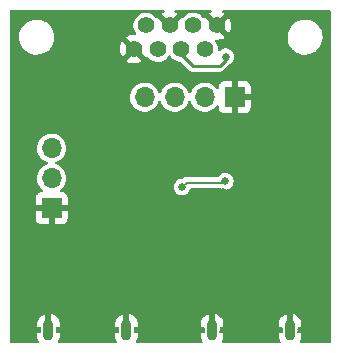
<source format=gbr>
G04 #@! TF.GenerationSoftware,KiCad,Pcbnew,(5.99.0-9812-gfee3c41c40)*
G04 #@! TF.CreationDate,2021-03-20T22:32:52-07:00*
G04 #@! TF.ProjectId,homebreakout,686f6d65-6272-4656-916b-6f75742e6b69,rev?*
G04 #@! TF.SameCoordinates,Original*
G04 #@! TF.FileFunction,Copper,L2,Bot*
G04 #@! TF.FilePolarity,Positive*
%FSLAX46Y46*%
G04 Gerber Fmt 4.6, Leading zero omitted, Abs format (unit mm)*
G04 Created by KiCad (PCBNEW (5.99.0-9812-gfee3c41c40)) date 2021-03-20 22:32:52*
%MOMM*%
%LPD*%
G01*
G04 APERTURE LIST*
G04 #@! TA.AperFunction,ComponentPad*
%ADD10O,0.900000X1.800000*%
G04 #@! TD*
G04 #@! TA.AperFunction,ComponentPad*
%ADD11C,1.397000*%
G04 #@! TD*
G04 #@! TA.AperFunction,ComponentPad*
%ADD12R,1.700000X1.700000*%
G04 #@! TD*
G04 #@! TA.AperFunction,ComponentPad*
%ADD13O,1.700000X1.700000*%
G04 #@! TD*
G04 #@! TA.AperFunction,ViaPad*
%ADD14C,0.635000*%
G04 #@! TD*
G04 #@! TA.AperFunction,ViaPad*
%ADD15C,0.762000*%
G04 #@! TD*
G04 #@! TA.AperFunction,ViaPad*
%ADD16C,0.508000*%
G04 #@! TD*
G04 #@! TA.AperFunction,Conductor*
%ADD17C,0.203200*%
G04 #@! TD*
G04 #@! TA.AperFunction,Conductor*
%ADD18C,0.254000*%
G04 #@! TD*
G04 APERTURE END LIST*
D10*
X166880000Y-121462800D03*
X173480000Y-121462800D03*
X153024000Y-121462800D03*
X159624000Y-121462800D03*
D11*
X160274000Y-97663000D03*
X161274001Y-95662999D03*
X162274001Y-97663000D03*
X163274002Y-95662999D03*
X164274000Y-97663000D03*
X165274000Y-95662999D03*
X166274001Y-97663000D03*
X167274001Y-95662999D03*
D12*
X168783000Y-101727000D03*
D13*
X166243000Y-101727000D03*
X163703000Y-101727000D03*
X161163000Y-101727000D03*
D12*
X153289000Y-111125000D03*
D13*
X153289000Y-108585000D03*
X153289000Y-106045000D03*
D14*
X164719000Y-105029000D03*
D15*
X174810800Y-118999000D03*
D14*
X157099000Y-111506000D03*
X172593000Y-112014000D03*
D15*
X157632400Y-116738400D03*
D14*
X158877000Y-105537000D03*
D15*
X172466000Y-117348000D03*
D14*
X160020000Y-107696000D03*
X161417000Y-110363000D03*
D15*
X151384000Y-118973600D03*
D14*
X170434000Y-108331000D03*
X167767000Y-109728000D03*
X173736000Y-106680000D03*
D16*
X174625000Y-104394000D03*
D14*
X164338000Y-109347000D03*
X167990317Y-108854392D03*
X168021000Y-98298000D03*
D17*
X167767000Y-108966000D02*
X167878608Y-108854392D01*
X164719000Y-108966000D02*
X167767000Y-108966000D01*
X167878608Y-108854392D02*
X167990305Y-108854392D01*
X164338000Y-109347000D02*
X164719000Y-108966000D01*
D18*
X167513000Y-99060000D02*
X168021000Y-98552000D01*
X168021000Y-98552000D02*
X168021000Y-98298000D01*
X165227000Y-99060000D02*
X167513000Y-99060000D01*
X164274000Y-98107000D02*
X165227000Y-99060000D01*
X164274000Y-97663000D02*
X164274000Y-98107000D01*
G04 #@! TA.AperFunction,Conductor*
G36*
X162813438Y-94380213D02*
G01*
X162849983Y-94430513D01*
X162849983Y-94492687D01*
X162813438Y-94542987D01*
X162789127Y-94555982D01*
X162756766Y-94567921D01*
X162748470Y-94571878D01*
X162632768Y-94640713D01*
X162624377Y-94650281D01*
X162629150Y-94658936D01*
X163262734Y-95292521D01*
X163274813Y-95298676D01*
X163279925Y-95297866D01*
X163917120Y-94660670D01*
X163923096Y-94648942D01*
X163916905Y-94642157D01*
X163827912Y-94586007D01*
X163819725Y-94581835D01*
X163752558Y-94555038D01*
X163704756Y-94515281D01*
X163689451Y-94455020D01*
X163712491Y-94397272D01*
X163765073Y-94364095D01*
X163789836Y-94361000D01*
X166754306Y-94361000D01*
X166813437Y-94380213D01*
X166849982Y-94430513D01*
X166849982Y-94492687D01*
X166813437Y-94542987D01*
X166789126Y-94555982D01*
X166756765Y-94567921D01*
X166748469Y-94571878D01*
X166632767Y-94640713D01*
X166624376Y-94650281D01*
X166629149Y-94658936D01*
X167262733Y-95292521D01*
X167274812Y-95298676D01*
X167279924Y-95297866D01*
X167917119Y-94660670D01*
X167923095Y-94648942D01*
X167916904Y-94642157D01*
X167827911Y-94586007D01*
X167819724Y-94581835D01*
X167752557Y-94555038D01*
X167704755Y-94515281D01*
X167689450Y-94455020D01*
X167712490Y-94397272D01*
X167765072Y-94364095D01*
X167789835Y-94361000D01*
X176810400Y-94361000D01*
X176869531Y-94380213D01*
X176906076Y-94430513D01*
X176911000Y-94461600D01*
X176911000Y-122454400D01*
X176891787Y-122513531D01*
X176841487Y-122550076D01*
X176810400Y-122555000D01*
X174393166Y-122555000D01*
X174334035Y-122535787D01*
X174297490Y-122485487D01*
X174297490Y-122423313D01*
X174310759Y-122396699D01*
X174317702Y-122386784D01*
X174322646Y-122377935D01*
X174395899Y-122208659D01*
X174398965Y-122198993D01*
X174436935Y-122017243D01*
X174437927Y-122009602D01*
X174437932Y-122009515D01*
X174438000Y-122006912D01*
X174438000Y-121732733D01*
X174433812Y-121719843D01*
X174429623Y-121716800D01*
X174198521Y-121716800D01*
X174139390Y-121697587D01*
X174102845Y-121647287D01*
X174098714Y-121603592D01*
X174115707Y-121469078D01*
X174115707Y-121469077D01*
X174116500Y-121462800D01*
X174105649Y-121376904D01*
X174098714Y-121322008D01*
X174110365Y-121260936D01*
X174155688Y-121218374D01*
X174198521Y-121208800D01*
X174422067Y-121208800D01*
X174434957Y-121204612D01*
X174438000Y-121200423D01*
X174438000Y-120966120D01*
X174437743Y-120961045D01*
X174423846Y-120824233D01*
X174421807Y-120814301D01*
X174366648Y-120638289D01*
X174362660Y-120628983D01*
X174273238Y-120467661D01*
X174267450Y-120459333D01*
X174147422Y-120319293D01*
X174140074Y-120312296D01*
X173994341Y-120199255D01*
X173985737Y-120193879D01*
X173820253Y-120112450D01*
X173810734Y-120108910D01*
X173749420Y-120092939D01*
X173736820Y-120093687D01*
X173734000Y-120103330D01*
X173734000Y-120746781D01*
X173714787Y-120805912D01*
X173664487Y-120842457D01*
X173614549Y-120845599D01*
X173519966Y-120827556D01*
X173472916Y-120830516D01*
X173367050Y-120837176D01*
X173367046Y-120837177D01*
X173360732Y-120837574D01*
X173354713Y-120839530D01*
X173348495Y-120840716D01*
X173348085Y-120838566D01*
X173295502Y-120838560D01*
X173245206Y-120802009D01*
X173226000Y-120742887D01*
X173226000Y-120101326D01*
X173222644Y-120090996D01*
X173210116Y-120091237D01*
X173062633Y-120145501D01*
X173053518Y-120149946D01*
X172896760Y-120247140D01*
X172888727Y-120253327D01*
X172754722Y-120380050D01*
X172748089Y-120387734D01*
X172642295Y-120538822D01*
X172637354Y-120547665D01*
X172564101Y-120716941D01*
X172561035Y-120726607D01*
X172523065Y-120908357D01*
X172522073Y-120915998D01*
X172522068Y-120916085D01*
X172522000Y-120918688D01*
X172522000Y-121192867D01*
X172526188Y-121205757D01*
X172530377Y-121208800D01*
X172763560Y-121208800D01*
X172822691Y-121228013D01*
X172859236Y-121278313D01*
X172861000Y-121334415D01*
X172848519Y-121383025D01*
X172848519Y-121542575D01*
X172861000Y-121591185D01*
X172857095Y-121653234D01*
X172817464Y-121701140D01*
X172763560Y-121716800D01*
X172537933Y-121716800D01*
X172525043Y-121720988D01*
X172522000Y-121725177D01*
X172522000Y-121959480D01*
X172522257Y-121964555D01*
X172536154Y-122101367D01*
X172538193Y-122111299D01*
X172593352Y-122287311D01*
X172597340Y-122296617D01*
X172657766Y-122405628D01*
X172669629Y-122466660D01*
X172643353Y-122523009D01*
X172588974Y-122553152D01*
X172569779Y-122555000D01*
X167793166Y-122555000D01*
X167734035Y-122535787D01*
X167697490Y-122485487D01*
X167697490Y-122423313D01*
X167710759Y-122396699D01*
X167717702Y-122386784D01*
X167722646Y-122377935D01*
X167795899Y-122208659D01*
X167798965Y-122198993D01*
X167836935Y-122017243D01*
X167837927Y-122009602D01*
X167837932Y-122009515D01*
X167838000Y-122006912D01*
X167838000Y-121732733D01*
X167833812Y-121719843D01*
X167829623Y-121716800D01*
X167598521Y-121716800D01*
X167539390Y-121697587D01*
X167502845Y-121647287D01*
X167498714Y-121603592D01*
X167515707Y-121469078D01*
X167515707Y-121469077D01*
X167516500Y-121462800D01*
X167505649Y-121376904D01*
X167498714Y-121322008D01*
X167510365Y-121260936D01*
X167555688Y-121218374D01*
X167598521Y-121208800D01*
X167822067Y-121208800D01*
X167834957Y-121204612D01*
X167838000Y-121200423D01*
X167838000Y-120966120D01*
X167837743Y-120961045D01*
X167823846Y-120824233D01*
X167821807Y-120814301D01*
X167766648Y-120638289D01*
X167762660Y-120628983D01*
X167673238Y-120467661D01*
X167667450Y-120459333D01*
X167547422Y-120319293D01*
X167540074Y-120312296D01*
X167394341Y-120199255D01*
X167385737Y-120193879D01*
X167220253Y-120112450D01*
X167210734Y-120108910D01*
X167149420Y-120092939D01*
X167136820Y-120093687D01*
X167134000Y-120103330D01*
X167134000Y-120746781D01*
X167114787Y-120805912D01*
X167064487Y-120842457D01*
X167014549Y-120845599D01*
X166919966Y-120827556D01*
X166872916Y-120830516D01*
X166767050Y-120837176D01*
X166767046Y-120837177D01*
X166760732Y-120837574D01*
X166754713Y-120839530D01*
X166748495Y-120840716D01*
X166748085Y-120838566D01*
X166695502Y-120838560D01*
X166645206Y-120802009D01*
X166626000Y-120742887D01*
X166626000Y-120101326D01*
X166622644Y-120090996D01*
X166610116Y-120091237D01*
X166462633Y-120145501D01*
X166453518Y-120149946D01*
X166296760Y-120247140D01*
X166288727Y-120253327D01*
X166154722Y-120380050D01*
X166148089Y-120387734D01*
X166042295Y-120538822D01*
X166037354Y-120547665D01*
X165964101Y-120716941D01*
X165961035Y-120726607D01*
X165923065Y-120908357D01*
X165922073Y-120915998D01*
X165922068Y-120916085D01*
X165922000Y-120918688D01*
X165922000Y-121192867D01*
X165926188Y-121205757D01*
X165930377Y-121208800D01*
X166163560Y-121208800D01*
X166222691Y-121228013D01*
X166259236Y-121278313D01*
X166261000Y-121334415D01*
X166248519Y-121383025D01*
X166248519Y-121542575D01*
X166261000Y-121591185D01*
X166257095Y-121653234D01*
X166217464Y-121701140D01*
X166163560Y-121716800D01*
X165937933Y-121716800D01*
X165925043Y-121720988D01*
X165922000Y-121725177D01*
X165922000Y-121959480D01*
X165922257Y-121964555D01*
X165936154Y-122101367D01*
X165938193Y-122111299D01*
X165993352Y-122287311D01*
X165997340Y-122296617D01*
X166057766Y-122405628D01*
X166069629Y-122466660D01*
X166043353Y-122523009D01*
X165988974Y-122553152D01*
X165969779Y-122555000D01*
X160537166Y-122555000D01*
X160478035Y-122535787D01*
X160441490Y-122485487D01*
X160441490Y-122423313D01*
X160454759Y-122396699D01*
X160461702Y-122386784D01*
X160466646Y-122377935D01*
X160539899Y-122208659D01*
X160542965Y-122198993D01*
X160580935Y-122017243D01*
X160581927Y-122009602D01*
X160581932Y-122009515D01*
X160582000Y-122006912D01*
X160582000Y-121732733D01*
X160577812Y-121719843D01*
X160573623Y-121716800D01*
X160342521Y-121716800D01*
X160283390Y-121697587D01*
X160246845Y-121647287D01*
X160242714Y-121603592D01*
X160259707Y-121469078D01*
X160259707Y-121469077D01*
X160260500Y-121462800D01*
X160249649Y-121376904D01*
X160242714Y-121322008D01*
X160254365Y-121260936D01*
X160299688Y-121218374D01*
X160342521Y-121208800D01*
X160566067Y-121208800D01*
X160578957Y-121204612D01*
X160582000Y-121200423D01*
X160582000Y-120966120D01*
X160581743Y-120961045D01*
X160567846Y-120824233D01*
X160565807Y-120814301D01*
X160510648Y-120638289D01*
X160506660Y-120628983D01*
X160417238Y-120467661D01*
X160411450Y-120459333D01*
X160291422Y-120319293D01*
X160284074Y-120312296D01*
X160138341Y-120199255D01*
X160129737Y-120193879D01*
X159964253Y-120112450D01*
X159954734Y-120108910D01*
X159893420Y-120092939D01*
X159880820Y-120093687D01*
X159878000Y-120103330D01*
X159878000Y-120746781D01*
X159858787Y-120805912D01*
X159808487Y-120842457D01*
X159758549Y-120845599D01*
X159663966Y-120827556D01*
X159616916Y-120830516D01*
X159511050Y-120837176D01*
X159511046Y-120837177D01*
X159504732Y-120837574D01*
X159498713Y-120839530D01*
X159492495Y-120840716D01*
X159492085Y-120838566D01*
X159439502Y-120838560D01*
X159389206Y-120802009D01*
X159370000Y-120742887D01*
X159370000Y-120101326D01*
X159366644Y-120090996D01*
X159354116Y-120091237D01*
X159206633Y-120145501D01*
X159197518Y-120149946D01*
X159040760Y-120247140D01*
X159032727Y-120253327D01*
X158898722Y-120380050D01*
X158892089Y-120387734D01*
X158786295Y-120538822D01*
X158781354Y-120547665D01*
X158708101Y-120716941D01*
X158705035Y-120726607D01*
X158667065Y-120908357D01*
X158666073Y-120915998D01*
X158666068Y-120916085D01*
X158666000Y-120918688D01*
X158666000Y-121192867D01*
X158670188Y-121205757D01*
X158674377Y-121208800D01*
X158907560Y-121208800D01*
X158966691Y-121228013D01*
X159003236Y-121278313D01*
X159005000Y-121334415D01*
X158992519Y-121383025D01*
X158992519Y-121542575D01*
X159005000Y-121591185D01*
X159001095Y-121653234D01*
X158961464Y-121701140D01*
X158907560Y-121716800D01*
X158681933Y-121716800D01*
X158669043Y-121720988D01*
X158666000Y-121725177D01*
X158666000Y-121959480D01*
X158666257Y-121964555D01*
X158680154Y-122101367D01*
X158682193Y-122111299D01*
X158737352Y-122287311D01*
X158741340Y-122296617D01*
X158801766Y-122405628D01*
X158813629Y-122466660D01*
X158787353Y-122523009D01*
X158732974Y-122553152D01*
X158713779Y-122555000D01*
X153937166Y-122555000D01*
X153878035Y-122535787D01*
X153841490Y-122485487D01*
X153841490Y-122423313D01*
X153854759Y-122396699D01*
X153861702Y-122386784D01*
X153866646Y-122377935D01*
X153939899Y-122208659D01*
X153942965Y-122198993D01*
X153980935Y-122017243D01*
X153981927Y-122009602D01*
X153981932Y-122009515D01*
X153982000Y-122006912D01*
X153982000Y-121732733D01*
X153977812Y-121719843D01*
X153973623Y-121716800D01*
X153742521Y-121716800D01*
X153683390Y-121697587D01*
X153646845Y-121647287D01*
X153642714Y-121603592D01*
X153659707Y-121469078D01*
X153659707Y-121469077D01*
X153660500Y-121462800D01*
X153649649Y-121376904D01*
X153642714Y-121322008D01*
X153654365Y-121260936D01*
X153699688Y-121218374D01*
X153742521Y-121208800D01*
X153966067Y-121208800D01*
X153978957Y-121204612D01*
X153982000Y-121200423D01*
X153982000Y-120966120D01*
X153981743Y-120961045D01*
X153967846Y-120824233D01*
X153965807Y-120814301D01*
X153910648Y-120638289D01*
X153906660Y-120628983D01*
X153817238Y-120467661D01*
X153811450Y-120459333D01*
X153691422Y-120319293D01*
X153684074Y-120312296D01*
X153538341Y-120199255D01*
X153529737Y-120193879D01*
X153364253Y-120112450D01*
X153354734Y-120108910D01*
X153293420Y-120092939D01*
X153280820Y-120093687D01*
X153278000Y-120103330D01*
X153278000Y-120746781D01*
X153258787Y-120805912D01*
X153208487Y-120842457D01*
X153158549Y-120845599D01*
X153063966Y-120827556D01*
X153016916Y-120830516D01*
X152911050Y-120837176D01*
X152911046Y-120837177D01*
X152904732Y-120837574D01*
X152898713Y-120839530D01*
X152892495Y-120840716D01*
X152892085Y-120838566D01*
X152839502Y-120838560D01*
X152789206Y-120802009D01*
X152770000Y-120742887D01*
X152770000Y-120101326D01*
X152766644Y-120090996D01*
X152754116Y-120091237D01*
X152606633Y-120145501D01*
X152597518Y-120149946D01*
X152440760Y-120247140D01*
X152432727Y-120253327D01*
X152298722Y-120380050D01*
X152292089Y-120387734D01*
X152186295Y-120538822D01*
X152181354Y-120547665D01*
X152108101Y-120716941D01*
X152105035Y-120726607D01*
X152067065Y-120908357D01*
X152066073Y-120915998D01*
X152066068Y-120916085D01*
X152066000Y-120918688D01*
X152066000Y-121192867D01*
X152070188Y-121205757D01*
X152074377Y-121208800D01*
X152307560Y-121208800D01*
X152366691Y-121228013D01*
X152403236Y-121278313D01*
X152405000Y-121334415D01*
X152392519Y-121383025D01*
X152392519Y-121542575D01*
X152405000Y-121591185D01*
X152401095Y-121653234D01*
X152361464Y-121701140D01*
X152307560Y-121716800D01*
X152081933Y-121716800D01*
X152069043Y-121720988D01*
X152066000Y-121725177D01*
X152066000Y-121959480D01*
X152066257Y-121964555D01*
X152080154Y-122101367D01*
X152082193Y-122111299D01*
X152137352Y-122287311D01*
X152141340Y-122296617D01*
X152201766Y-122405628D01*
X152213629Y-122466660D01*
X152187353Y-122523009D01*
X152132974Y-122553152D01*
X152113779Y-122555000D01*
X149833600Y-122555000D01*
X149774469Y-122535787D01*
X149737924Y-122485487D01*
X149733000Y-122454400D01*
X149733000Y-111387377D01*
X151926000Y-111387377D01*
X151926000Y-111973208D01*
X151926127Y-111976782D01*
X151930838Y-112042633D01*
X151932741Y-112053180D01*
X151970331Y-112181203D01*
X151976250Y-112194163D01*
X152047410Y-112304891D01*
X152056736Y-112315654D01*
X152156216Y-112401853D01*
X152168194Y-112409551D01*
X152287927Y-112464232D01*
X152301592Y-112468244D01*
X152435439Y-112487488D01*
X152442598Y-112488000D01*
X153019067Y-112488000D01*
X153031957Y-112483812D01*
X153035000Y-112479623D01*
X153035000Y-111394933D01*
X153032545Y-111387377D01*
X153543000Y-111387377D01*
X153543000Y-112472067D01*
X153547188Y-112484957D01*
X153551377Y-112488000D01*
X154137208Y-112488000D01*
X154140782Y-112487873D01*
X154206633Y-112483162D01*
X154217180Y-112481259D01*
X154345203Y-112443669D01*
X154358163Y-112437750D01*
X154468891Y-112366590D01*
X154479654Y-112357264D01*
X154565853Y-112257784D01*
X154573551Y-112245806D01*
X154628232Y-112126073D01*
X154632244Y-112112408D01*
X154651488Y-111978561D01*
X154652000Y-111971402D01*
X154652000Y-111394933D01*
X154647812Y-111382043D01*
X154643623Y-111379000D01*
X153558933Y-111379000D01*
X153546043Y-111383188D01*
X153543000Y-111387377D01*
X153032545Y-111387377D01*
X153030812Y-111382043D01*
X153026623Y-111379000D01*
X151941933Y-111379000D01*
X151929043Y-111383188D01*
X151926000Y-111387377D01*
X149733000Y-111387377D01*
X149733000Y-110278598D01*
X151926000Y-110278598D01*
X151926000Y-110855067D01*
X151930188Y-110867957D01*
X151934377Y-110871000D01*
X154636067Y-110871000D01*
X154648957Y-110866812D01*
X154652000Y-110862623D01*
X154652000Y-110276792D01*
X154651873Y-110273218D01*
X154647162Y-110207367D01*
X154645259Y-110196820D01*
X154607669Y-110068797D01*
X154601750Y-110055837D01*
X154530590Y-109945109D01*
X154521264Y-109934346D01*
X154421784Y-109848147D01*
X154409806Y-109840449D01*
X154290073Y-109785768D01*
X154276408Y-109781756D01*
X154142561Y-109762512D01*
X154135402Y-109762000D01*
X154081596Y-109762000D01*
X154022465Y-109742787D01*
X153985920Y-109692487D01*
X153985920Y-109630313D01*
X154017326Y-109587104D01*
X154015796Y-109585350D01*
X154073699Y-109534838D01*
X154181457Y-109440835D01*
X154262539Y-109339628D01*
X163634039Y-109339628D01*
X163634704Y-109345650D01*
X163651934Y-109501731D01*
X163651935Y-109501735D01*
X163652600Y-109507759D01*
X163654685Y-109513456D01*
X163697449Y-109630313D01*
X163710731Y-109666609D01*
X163714117Y-109671648D01*
X163784206Y-109775951D01*
X163805075Y-109807008D01*
X163930186Y-109920850D01*
X163935513Y-109923743D01*
X163935514Y-109923743D01*
X164073507Y-109998668D01*
X164073511Y-109998670D01*
X164078840Y-110001563D01*
X164084710Y-110003103D01*
X164236589Y-110042947D01*
X164236590Y-110042947D01*
X164242456Y-110044486D01*
X164324448Y-110045774D01*
X164405525Y-110047048D01*
X164405527Y-110047048D01*
X164411588Y-110047143D01*
X164417499Y-110045789D01*
X164417501Y-110045789D01*
X164570561Y-110010734D01*
X164570564Y-110010733D01*
X164576471Y-110009380D01*
X164610598Y-109992216D01*
X164722169Y-109936103D01*
X164722172Y-109936101D01*
X164727588Y-109933377D01*
X164856212Y-109823521D01*
X164954920Y-109686155D01*
X165018012Y-109529209D01*
X165018817Y-109523551D01*
X165052602Y-109471522D01*
X165115915Y-109449100D01*
X167595369Y-109449100D01*
X167643371Y-109461291D01*
X167731157Y-109508955D01*
X167737027Y-109510495D01*
X167888906Y-109550339D01*
X167888907Y-109550339D01*
X167894773Y-109551878D01*
X167976765Y-109553166D01*
X168057842Y-109554440D01*
X168057844Y-109554440D01*
X168063905Y-109554535D01*
X168069816Y-109553181D01*
X168069818Y-109553181D01*
X168222878Y-109518126D01*
X168222881Y-109518125D01*
X168228788Y-109516772D01*
X168318759Y-109471522D01*
X168374486Y-109443495D01*
X168374489Y-109443493D01*
X168379905Y-109440769D01*
X168508529Y-109330913D01*
X168607237Y-109193547D01*
X168670329Y-109036601D01*
X168672696Y-109019975D01*
X168693698Y-108872402D01*
X168694163Y-108869135D01*
X168694317Y-108854392D01*
X168673996Y-108686464D01*
X168614204Y-108528232D01*
X168518395Y-108388828D01*
X168392099Y-108276303D01*
X168300138Y-108227612D01*
X168247970Y-108199990D01*
X168242608Y-108197151D01*
X168189148Y-108183723D01*
X168084438Y-108157421D01*
X168084434Y-108157421D01*
X168078552Y-108155943D01*
X168072487Y-108155911D01*
X168072485Y-108155911D01*
X168000552Y-108155535D01*
X167909401Y-108155058D01*
X167903511Y-108156472D01*
X167750814Y-108193130D01*
X167750810Y-108193131D01*
X167744922Y-108194545D01*
X167594610Y-108272127D01*
X167590040Y-108276114D01*
X167486962Y-108366035D01*
X167467143Y-108383324D01*
X167463655Y-108388286D01*
X167463653Y-108388289D01*
X167427206Y-108440146D01*
X167377486Y-108477477D01*
X167344901Y-108482900D01*
X164784528Y-108482900D01*
X164772285Y-108481532D01*
X164772277Y-108481630D01*
X164765139Y-108481056D01*
X164758145Y-108479473D01*
X164711336Y-108482377D01*
X164706009Y-108482707D01*
X164699781Y-108482900D01*
X164684087Y-108482900D01*
X164673708Y-108484386D01*
X164665691Y-108485208D01*
X164653345Y-108485973D01*
X164627170Y-108487597D01*
X164627167Y-108487598D01*
X164620019Y-108488041D01*
X164613281Y-108490474D01*
X164613279Y-108490474D01*
X164611194Y-108491227D01*
X164591295Y-108496189D01*
X164589101Y-108496503D01*
X164589100Y-108496503D01*
X164582007Y-108497519D01*
X164540350Y-108516459D01*
X164532888Y-108519497D01*
X164496595Y-108532599D01*
X164496593Y-108532600D01*
X164489851Y-108535034D01*
X164484065Y-108539261D01*
X164484059Y-108539264D01*
X164482272Y-108540570D01*
X164464572Y-108550913D01*
X164462550Y-108551832D01*
X164462546Y-108551834D01*
X164456026Y-108554799D01*
X164450599Y-108559475D01*
X164450598Y-108559476D01*
X164421377Y-108584655D01*
X164415051Y-108589677D01*
X164407293Y-108595344D01*
X164407279Y-108595356D01*
X164404155Y-108597638D01*
X164393381Y-108608412D01*
X164387915Y-108613487D01*
X164376232Y-108623554D01*
X164318895Y-108647598D01*
X164310037Y-108647943D01*
X164257084Y-108647666D01*
X164251194Y-108649080D01*
X164098497Y-108685738D01*
X164098493Y-108685739D01*
X164092605Y-108687153D01*
X163942293Y-108764735D01*
X163937723Y-108768722D01*
X163822618Y-108869135D01*
X163814826Y-108875932D01*
X163717562Y-109014324D01*
X163656117Y-109171922D01*
X163655325Y-109177938D01*
X163635835Y-109325989D01*
X163634039Y-109339628D01*
X154262539Y-109339628D01*
X154318907Y-109269269D01*
X154423804Y-109076073D01*
X154442357Y-109019975D01*
X154491422Y-108871613D01*
X154492830Y-108867356D01*
X154523805Y-108649713D01*
X154525500Y-108585000D01*
X154511029Y-108422851D01*
X154506356Y-108370493D01*
X154506356Y-108370491D01*
X154505958Y-108366035D01*
X154447949Y-108153991D01*
X154353308Y-107955570D01*
X154271135Y-107841214D01*
X154227639Y-107780684D01*
X154227638Y-107780683D01*
X154225024Y-107777045D01*
X154067155Y-107624059D01*
X154063435Y-107621559D01*
X154063431Y-107621556D01*
X153888408Y-107503947D01*
X153884688Y-107501447D01*
X153683393Y-107413084D01*
X153676883Y-107411521D01*
X153676132Y-107411061D01*
X153674795Y-107410611D01*
X153674898Y-107410305D01*
X153623872Y-107379040D01*
X153600076Y-107321600D01*
X153614586Y-107261143D01*
X153664805Y-107219596D01*
X153822963Y-107159832D01*
X153822972Y-107159828D01*
X153827163Y-107158244D01*
X154015796Y-107045350D01*
X154181457Y-106900835D01*
X154318907Y-106729269D01*
X154423804Y-106536073D01*
X154492830Y-106327356D01*
X154523805Y-106109713D01*
X154525500Y-106045000D01*
X154505958Y-105826035D01*
X154447949Y-105613991D01*
X154353308Y-105415570D01*
X154271135Y-105301214D01*
X154227639Y-105240684D01*
X154227638Y-105240683D01*
X154225024Y-105237045D01*
X154067155Y-105084059D01*
X154063435Y-105081559D01*
X154063431Y-105081556D01*
X153888408Y-104963947D01*
X153884688Y-104961447D01*
X153683393Y-104873084D01*
X153672584Y-104870489D01*
X153473999Y-104822813D01*
X153473995Y-104822812D01*
X153469632Y-104821765D01*
X153250161Y-104809110D01*
X153245716Y-104809648D01*
X153245713Y-104809648D01*
X153036361Y-104834982D01*
X153036359Y-104834983D01*
X153031917Y-104835520D01*
X153027644Y-104836835D01*
X153027642Y-104836835D01*
X152957791Y-104858324D01*
X152821800Y-104900161D01*
X152626450Y-105000989D01*
X152622892Y-105003719D01*
X152622889Y-105003721D01*
X152455595Y-105132090D01*
X152455592Y-105132093D01*
X152452043Y-105134816D01*
X152304091Y-105297413D01*
X152301707Y-105301214D01*
X152232258Y-105411925D01*
X152187270Y-105483641D01*
X152105274Y-105687612D01*
X152060695Y-105902880D01*
X152060578Y-105907354D01*
X152055279Y-106109713D01*
X152054940Y-106122640D01*
X152088192Y-106339947D01*
X152089642Y-106344182D01*
X152089643Y-106344186D01*
X152157947Y-106543685D01*
X152157950Y-106543691D01*
X152159401Y-106547930D01*
X152161582Y-106551848D01*
X152161584Y-106551853D01*
X152237718Y-106688637D01*
X152266315Y-106740016D01*
X152269150Y-106743480D01*
X152269153Y-106743484D01*
X152335935Y-106825075D01*
X152405555Y-106910134D01*
X152408955Y-106913038D01*
X152408959Y-106913042D01*
X152498466Y-106989487D01*
X152572719Y-107052906D01*
X152762524Y-107163819D01*
X152879418Y-107206596D01*
X152919129Y-107221128D01*
X152968056Y-107259492D01*
X152985089Y-107319287D01*
X152963723Y-107377675D01*
X152914138Y-107411754D01*
X152821800Y-107440161D01*
X152626450Y-107540989D01*
X152622892Y-107543719D01*
X152622889Y-107543721D01*
X152455595Y-107672090D01*
X152455592Y-107672093D01*
X152452043Y-107674816D01*
X152304091Y-107837413D01*
X152301707Y-107841214D01*
X152232258Y-107951925D01*
X152187270Y-108023641D01*
X152105274Y-108227612D01*
X152104366Y-108231997D01*
X152104365Y-108232000D01*
X152095778Y-108273465D01*
X152060695Y-108442880D01*
X152058768Y-108516452D01*
X152055279Y-108649713D01*
X152054940Y-108662640D01*
X152088192Y-108879947D01*
X152089642Y-108884182D01*
X152089643Y-108884186D01*
X152157947Y-109083685D01*
X152157950Y-109083691D01*
X152159401Y-109087930D01*
X152161582Y-109091848D01*
X152161584Y-109091853D01*
X152206150Y-109171922D01*
X152266315Y-109280016D01*
X152269150Y-109283480D01*
X152269153Y-109283484D01*
X152303943Y-109325989D01*
X152405555Y-109450134D01*
X152408955Y-109453038D01*
X152408959Y-109453042D01*
X152504730Y-109534838D01*
X152527793Y-109554535D01*
X152563349Y-109584903D01*
X152595834Y-109637915D01*
X152590956Y-109699898D01*
X152550577Y-109747176D01*
X152498014Y-109762000D01*
X152440792Y-109762000D01*
X152437218Y-109762127D01*
X152371367Y-109766838D01*
X152360820Y-109768741D01*
X152232797Y-109806331D01*
X152219837Y-109812250D01*
X152109109Y-109883410D01*
X152098346Y-109892736D01*
X152012147Y-109992216D01*
X152004449Y-110004194D01*
X151949768Y-110123927D01*
X151945756Y-110137592D01*
X151926512Y-110271439D01*
X151926000Y-110278598D01*
X149733000Y-110278598D01*
X149733000Y-101804640D01*
X159928940Y-101804640D01*
X159962192Y-102021947D01*
X159963642Y-102026182D01*
X159963643Y-102026186D01*
X160031947Y-102225685D01*
X160031950Y-102225691D01*
X160033401Y-102229930D01*
X160035582Y-102233848D01*
X160035584Y-102233853D01*
X160111718Y-102370637D01*
X160140315Y-102422016D01*
X160143150Y-102425480D01*
X160143153Y-102425484D01*
X160170505Y-102458901D01*
X160279555Y-102592134D01*
X160282955Y-102595038D01*
X160282959Y-102595042D01*
X160341023Y-102644633D01*
X160446719Y-102734906D01*
X160636524Y-102845819D01*
X160842970Y-102921367D01*
X160847379Y-102922137D01*
X160847381Y-102922137D01*
X161052937Y-102958012D01*
X161059532Y-102959163D01*
X161064004Y-102959140D01*
X161064009Y-102959140D01*
X161168209Y-102958594D01*
X161279365Y-102958012D01*
X161495519Y-102917951D01*
X161701163Y-102840244D01*
X161889796Y-102727350D01*
X162055457Y-102582835D01*
X162061568Y-102575208D01*
X162124182Y-102497052D01*
X162192907Y-102411269D01*
X162297804Y-102218073D01*
X162337360Y-102098464D01*
X162374167Y-102048357D01*
X162433398Y-102029453D01*
X162492428Y-102048975D01*
X162528048Y-102097466D01*
X162571947Y-102225685D01*
X162571950Y-102225691D01*
X162573401Y-102229930D01*
X162575582Y-102233848D01*
X162575584Y-102233853D01*
X162651718Y-102370637D01*
X162680315Y-102422016D01*
X162683150Y-102425480D01*
X162683153Y-102425484D01*
X162710505Y-102458901D01*
X162819555Y-102592134D01*
X162822955Y-102595038D01*
X162822959Y-102595042D01*
X162881023Y-102644633D01*
X162986719Y-102734906D01*
X163176524Y-102845819D01*
X163382970Y-102921367D01*
X163387379Y-102922137D01*
X163387381Y-102922137D01*
X163592937Y-102958012D01*
X163599532Y-102959163D01*
X163604004Y-102959140D01*
X163604009Y-102959140D01*
X163708209Y-102958594D01*
X163819365Y-102958012D01*
X164035519Y-102917951D01*
X164241163Y-102840244D01*
X164429796Y-102727350D01*
X164595457Y-102582835D01*
X164601568Y-102575208D01*
X164664182Y-102497052D01*
X164732907Y-102411269D01*
X164837804Y-102218073D01*
X164877360Y-102098464D01*
X164914167Y-102048357D01*
X164973398Y-102029453D01*
X165032428Y-102048975D01*
X165068048Y-102097466D01*
X165111947Y-102225685D01*
X165111950Y-102225691D01*
X165113401Y-102229930D01*
X165115582Y-102233848D01*
X165115584Y-102233853D01*
X165191718Y-102370637D01*
X165220315Y-102422016D01*
X165223150Y-102425480D01*
X165223153Y-102425484D01*
X165250505Y-102458901D01*
X165359555Y-102592134D01*
X165362955Y-102595038D01*
X165362959Y-102595042D01*
X165421023Y-102644633D01*
X165526719Y-102734906D01*
X165716524Y-102845819D01*
X165922970Y-102921367D01*
X165927379Y-102922137D01*
X165927381Y-102922137D01*
X166132937Y-102958012D01*
X166139532Y-102959163D01*
X166144004Y-102959140D01*
X166144009Y-102959140D01*
X166248209Y-102958594D01*
X166359365Y-102958012D01*
X166575519Y-102917951D01*
X166781163Y-102840244D01*
X166969796Y-102727350D01*
X167135457Y-102582835D01*
X167141568Y-102575208D01*
X167240889Y-102451234D01*
X167292854Y-102417099D01*
X167354959Y-102420027D01*
X167403482Y-102458901D01*
X167420000Y-102514133D01*
X167420000Y-102575208D01*
X167420127Y-102578782D01*
X167424838Y-102644633D01*
X167426741Y-102655180D01*
X167464331Y-102783203D01*
X167470250Y-102796163D01*
X167541410Y-102906891D01*
X167550736Y-102917654D01*
X167650216Y-103003853D01*
X167662194Y-103011551D01*
X167781927Y-103066232D01*
X167795592Y-103070244D01*
X167929439Y-103089488D01*
X167936598Y-103090000D01*
X168513067Y-103090000D01*
X168525957Y-103085812D01*
X168529000Y-103081623D01*
X168529000Y-101989377D01*
X169037000Y-101989377D01*
X169037000Y-103074067D01*
X169041188Y-103086957D01*
X169045377Y-103090000D01*
X169631208Y-103090000D01*
X169634782Y-103089873D01*
X169700633Y-103085162D01*
X169711180Y-103083259D01*
X169839203Y-103045669D01*
X169852163Y-103039750D01*
X169962891Y-102968590D01*
X169973654Y-102959264D01*
X170059853Y-102859784D01*
X170067551Y-102847806D01*
X170122232Y-102728073D01*
X170126244Y-102714408D01*
X170145488Y-102580561D01*
X170146000Y-102573402D01*
X170146000Y-101996933D01*
X170141812Y-101984043D01*
X170137623Y-101981000D01*
X169052933Y-101981000D01*
X169040043Y-101985188D01*
X169037000Y-101989377D01*
X168529000Y-101989377D01*
X168529000Y-100379933D01*
X168526545Y-100372377D01*
X169037000Y-100372377D01*
X169037000Y-101457067D01*
X169041188Y-101469957D01*
X169045377Y-101473000D01*
X170130067Y-101473000D01*
X170142957Y-101468812D01*
X170146000Y-101464623D01*
X170146000Y-100878792D01*
X170145873Y-100875218D01*
X170141162Y-100809367D01*
X170139259Y-100798820D01*
X170101669Y-100670797D01*
X170095750Y-100657837D01*
X170024590Y-100547109D01*
X170015264Y-100536346D01*
X169915784Y-100450147D01*
X169903806Y-100442449D01*
X169784073Y-100387768D01*
X169770408Y-100383756D01*
X169636561Y-100364512D01*
X169629402Y-100364000D01*
X169052933Y-100364000D01*
X169040043Y-100368188D01*
X169037000Y-100372377D01*
X168526545Y-100372377D01*
X168524812Y-100367043D01*
X168520623Y-100364000D01*
X167934792Y-100364000D01*
X167931218Y-100364127D01*
X167865367Y-100368838D01*
X167854820Y-100370741D01*
X167726797Y-100408331D01*
X167713837Y-100414250D01*
X167603109Y-100485410D01*
X167592346Y-100494736D01*
X167506147Y-100594216D01*
X167498449Y-100606194D01*
X167443768Y-100725927D01*
X167439756Y-100739592D01*
X167420512Y-100873439D01*
X167420000Y-100880598D01*
X167420000Y-100942004D01*
X167400787Y-101001135D01*
X167350487Y-101037680D01*
X167288313Y-101037680D01*
X167237706Y-101000710D01*
X167179024Y-100919045D01*
X167021155Y-100766059D01*
X167017435Y-100763559D01*
X167017431Y-100763556D01*
X166879389Y-100670797D01*
X166838688Y-100643447D01*
X166637393Y-100555084D01*
X166626584Y-100552489D01*
X166427999Y-100504813D01*
X166427995Y-100504812D01*
X166423632Y-100503765D01*
X166204161Y-100491110D01*
X166199716Y-100491648D01*
X166199713Y-100491648D01*
X165990361Y-100516982D01*
X165990359Y-100516983D01*
X165985917Y-100517520D01*
X165981644Y-100518835D01*
X165981642Y-100518835D01*
X165924723Y-100536346D01*
X165775800Y-100582161D01*
X165580450Y-100682989D01*
X165576892Y-100685719D01*
X165576889Y-100685721D01*
X165409595Y-100814090D01*
X165409592Y-100814093D01*
X165406043Y-100816816D01*
X165403032Y-100820125D01*
X165292131Y-100942004D01*
X165258091Y-100979413D01*
X165255707Y-100983214D01*
X165186258Y-101093925D01*
X165141270Y-101165641D01*
X165139600Y-101169795D01*
X165139596Y-101169803D01*
X165065336Y-101354533D01*
X165025455Y-101402231D01*
X164965154Y-101417378D01*
X164907466Y-101394188D01*
X164874962Y-101343557D01*
X164863133Y-101300319D01*
X164861949Y-101295991D01*
X164767308Y-101097570D01*
X164724273Y-101037680D01*
X164641639Y-100922684D01*
X164641638Y-100922683D01*
X164639024Y-100919045D01*
X164481155Y-100766059D01*
X164477435Y-100763559D01*
X164477431Y-100763556D01*
X164339389Y-100670797D01*
X164298688Y-100643447D01*
X164097393Y-100555084D01*
X164086584Y-100552489D01*
X163887999Y-100504813D01*
X163887995Y-100504812D01*
X163883632Y-100503765D01*
X163664161Y-100491110D01*
X163659716Y-100491648D01*
X163659713Y-100491648D01*
X163450361Y-100516982D01*
X163450359Y-100516983D01*
X163445917Y-100517520D01*
X163441644Y-100518835D01*
X163441642Y-100518835D01*
X163384723Y-100536346D01*
X163235800Y-100582161D01*
X163040450Y-100682989D01*
X163036892Y-100685719D01*
X163036889Y-100685721D01*
X162869595Y-100814090D01*
X162869592Y-100814093D01*
X162866043Y-100816816D01*
X162863032Y-100820125D01*
X162752131Y-100942004D01*
X162718091Y-100979413D01*
X162715707Y-100983214D01*
X162646258Y-101093925D01*
X162601270Y-101165641D01*
X162599600Y-101169795D01*
X162599596Y-101169803D01*
X162525336Y-101354533D01*
X162485455Y-101402231D01*
X162425154Y-101417378D01*
X162367466Y-101394188D01*
X162334962Y-101343557D01*
X162323133Y-101300319D01*
X162321949Y-101295991D01*
X162227308Y-101097570D01*
X162184273Y-101037680D01*
X162101639Y-100922684D01*
X162101638Y-100922683D01*
X162099024Y-100919045D01*
X161941155Y-100766059D01*
X161937435Y-100763559D01*
X161937431Y-100763556D01*
X161799389Y-100670797D01*
X161758688Y-100643447D01*
X161557393Y-100555084D01*
X161546584Y-100552489D01*
X161347999Y-100504813D01*
X161347995Y-100504812D01*
X161343632Y-100503765D01*
X161124161Y-100491110D01*
X161119716Y-100491648D01*
X161119713Y-100491648D01*
X160910361Y-100516982D01*
X160910359Y-100516983D01*
X160905917Y-100517520D01*
X160901644Y-100518835D01*
X160901642Y-100518835D01*
X160844723Y-100536346D01*
X160695800Y-100582161D01*
X160500450Y-100682989D01*
X160496892Y-100685719D01*
X160496889Y-100685721D01*
X160329595Y-100814090D01*
X160329592Y-100814093D01*
X160326043Y-100816816D01*
X160323032Y-100820125D01*
X160212131Y-100942004D01*
X160178091Y-100979413D01*
X160175707Y-100983214D01*
X160106258Y-101093925D01*
X160061270Y-101165641D01*
X159979274Y-101369612D01*
X159978366Y-101373997D01*
X159978365Y-101374000D01*
X159958731Y-101468812D01*
X159934695Y-101584880D01*
X159934578Y-101589354D01*
X159929279Y-101791713D01*
X159928940Y-101804640D01*
X149733000Y-101804640D01*
X149733000Y-98677468D01*
X159624667Y-98677468D01*
X159624675Y-98677515D01*
X159630287Y-98683830D01*
X159692084Y-98725123D01*
X159700163Y-98729509D01*
X159895387Y-98813384D01*
X159904126Y-98816223D01*
X160111368Y-98863117D01*
X160120477Y-98864316D01*
X160332796Y-98872659D01*
X160341967Y-98872179D01*
X160552257Y-98841688D01*
X160561186Y-98839544D01*
X160762397Y-98771241D01*
X160770782Y-98767508D01*
X160916182Y-98686081D01*
X160924515Y-98677065D01*
X160919533Y-98667744D01*
X160285268Y-98033478D01*
X160273189Y-98027323D01*
X160268077Y-98028133D01*
X159630821Y-98665390D01*
X159624667Y-98677468D01*
X149733000Y-98677468D01*
X149733000Y-96610682D01*
X150532944Y-96610682D01*
X150533182Y-96614807D01*
X150546610Y-96847681D01*
X150546967Y-96853881D01*
X150600522Y-97091524D01*
X150692171Y-97317229D01*
X150694322Y-97320739D01*
X150694325Y-97320745D01*
X150785046Y-97468787D01*
X150819453Y-97524935D01*
X150822154Y-97528053D01*
X150946092Y-97671131D01*
X150978950Y-97709064D01*
X150982118Y-97711694D01*
X150982123Y-97711699D01*
X151127153Y-97832104D01*
X151166379Y-97864670D01*
X151247976Y-97912351D01*
X151339281Y-97965705D01*
X151376705Y-97987574D01*
X151604280Y-98074477D01*
X151842993Y-98123043D01*
X152086432Y-98131970D01*
X152202291Y-98117128D01*
X152323973Y-98101540D01*
X152323977Y-98101539D01*
X152328061Y-98101016D01*
X152561389Y-98031014D01*
X152780152Y-97923844D01*
X152850390Y-97873744D01*
X152975113Y-97784780D01*
X152975116Y-97784778D01*
X152978473Y-97782383D01*
X153125477Y-97635891D01*
X159063217Y-97635891D01*
X159077115Y-97847926D01*
X159078549Y-97856983D01*
X159130854Y-98062935D01*
X159133923Y-98071600D01*
X159222877Y-98264557D01*
X159227474Y-98272519D01*
X159250493Y-98305090D01*
X159261352Y-98313199D01*
X159262111Y-98313209D01*
X159268344Y-98309445D01*
X159903522Y-97674268D01*
X159909677Y-97662189D01*
X159908867Y-97657077D01*
X159268188Y-97016398D01*
X159257661Y-97011034D01*
X159249658Y-97018933D01*
X159156866Y-97195300D01*
X159153353Y-97203782D01*
X159090340Y-97406715D01*
X159088433Y-97415689D01*
X159063457Y-97626705D01*
X159063217Y-97635891D01*
X153125477Y-97635891D01*
X153151027Y-97610430D01*
X153293179Y-97412604D01*
X153401113Y-97194217D01*
X153402311Y-97190272D01*
X153402314Y-97190266D01*
X153470728Y-96965087D01*
X153471929Y-96961134D01*
X153503725Y-96719615D01*
X153505420Y-96650282D01*
X159624375Y-96650282D01*
X159629148Y-96658937D01*
X160274000Y-97303790D01*
X161278027Y-98307816D01*
X161290106Y-98313971D01*
X161306514Y-98311372D01*
X161331281Y-98299359D01*
X161392487Y-98310289D01*
X161418111Y-98331844D01*
X161419009Y-98330993D01*
X161560749Y-98480616D01*
X161728224Y-98600738D01*
X161915393Y-98687024D01*
X161920038Y-98688169D01*
X161920043Y-98688171D01*
X162110847Y-98735213D01*
X162110851Y-98735214D01*
X162115501Y-98736360D01*
X162120282Y-98736606D01*
X162120286Y-98736607D01*
X162316550Y-98746721D01*
X162316552Y-98746721D01*
X162321328Y-98746967D01*
X162326068Y-98746305D01*
X162326069Y-98746305D01*
X162384794Y-98738104D01*
X162525447Y-98718462D01*
X162529974Y-98716916D01*
X162529976Y-98716916D01*
X162715969Y-98653418D01*
X162715971Y-98653417D01*
X162720494Y-98651873D01*
X162899430Y-98549602D01*
X162903053Y-98546491D01*
X162903059Y-98546487D01*
X163052164Y-98418462D01*
X163055799Y-98415341D01*
X163164530Y-98278402D01*
X163180980Y-98257685D01*
X163180981Y-98257684D01*
X163183959Y-98253933D01*
X163186171Y-98249692D01*
X163186176Y-98249685D01*
X163187116Y-98247882D01*
X163187751Y-98247259D01*
X163188783Y-98245670D01*
X163189137Y-98245900D01*
X163231498Y-98204341D01*
X163292997Y-98195203D01*
X163348122Y-98223958D01*
X163361108Y-98240283D01*
X163408143Y-98313971D01*
X163419008Y-98330993D01*
X163560748Y-98480616D01*
X163728223Y-98600738D01*
X163915392Y-98687024D01*
X163920037Y-98688169D01*
X163920042Y-98688171D01*
X164110846Y-98735213D01*
X164110850Y-98735214D01*
X164115500Y-98736360D01*
X164120280Y-98736606D01*
X164120285Y-98736607D01*
X164140778Y-98737662D01*
X164149351Y-98738104D01*
X164207414Y-98760334D01*
X164215309Y-98767436D01*
X164819911Y-99372038D01*
X164827376Y-99381381D01*
X164827481Y-99381291D01*
X164832125Y-99386748D01*
X164835950Y-99392810D01*
X164841322Y-99397555D01*
X164841326Y-99397559D01*
X164874122Y-99426523D01*
X164878664Y-99430791D01*
X164892124Y-99444251D01*
X164894981Y-99446392D01*
X164902585Y-99452092D01*
X164908839Y-99457184D01*
X164939707Y-99484445D01*
X164939709Y-99484446D01*
X164945077Y-99489187D01*
X164951563Y-99492232D01*
X164951564Y-99492233D01*
X164954499Y-99493611D01*
X164972067Y-99504167D01*
X164974669Y-99506117D01*
X164974673Y-99506119D01*
X164980405Y-99510415D01*
X165025696Y-99527394D01*
X165033096Y-99530512D01*
X165076867Y-99551062D01*
X165087155Y-99552664D01*
X165106984Y-99557866D01*
X165116734Y-99561521D01*
X165140335Y-99563275D01*
X165164940Y-99565104D01*
X165172955Y-99566024D01*
X165188859Y-99568500D01*
X165206916Y-99568500D01*
X165214372Y-99568777D01*
X165254776Y-99571780D01*
X165254779Y-99571780D01*
X165261926Y-99572311D01*
X165269394Y-99570717D01*
X165290394Y-99568500D01*
X167445793Y-99568500D01*
X167457675Y-99569827D01*
X167457686Y-99569689D01*
X167464824Y-99570263D01*
X167471818Y-99571846D01*
X167522641Y-99568693D01*
X167528870Y-99568500D01*
X167547913Y-99568500D01*
X167551457Y-99567992D01*
X167551462Y-99567992D01*
X167560851Y-99566647D01*
X167568883Y-99565824D01*
X167593023Y-99564326D01*
X167609977Y-99563275D01*
X167609979Y-99563275D01*
X167617131Y-99562831D01*
X167626924Y-99559296D01*
X167646815Y-99554336D01*
X167657122Y-99552860D01*
X167701139Y-99532847D01*
X167708601Y-99529809D01*
X167747333Y-99515827D01*
X167747337Y-99515825D01*
X167754073Y-99513393D01*
X167762481Y-99507250D01*
X167780178Y-99496910D01*
X167783136Y-99495565D01*
X167783137Y-99495564D01*
X167789659Y-99492599D01*
X167826284Y-99461040D01*
X167832600Y-99456026D01*
X167845594Y-99446534D01*
X167858361Y-99433767D01*
X167863828Y-99428691D01*
X167894528Y-99402238D01*
X167899955Y-99397562D01*
X167904109Y-99391154D01*
X167917390Y-99374738D01*
X168333042Y-98959086D01*
X168342380Y-98951625D01*
X168342290Y-98951519D01*
X168347743Y-98946878D01*
X168353810Y-98943050D01*
X168387522Y-98904878D01*
X168391776Y-98900352D01*
X168397640Y-98894488D01*
X168409045Y-98885153D01*
X168410588Y-98884377D01*
X168460570Y-98841688D01*
X168534605Y-98778456D01*
X168534606Y-98778455D01*
X168539212Y-98774521D01*
X168637920Y-98637155D01*
X168701012Y-98480209D01*
X168706755Y-98439861D01*
X168724381Y-98316010D01*
X168724846Y-98312743D01*
X168724926Y-98305090D01*
X168724966Y-98301295D01*
X168724966Y-98301289D01*
X168725000Y-98298000D01*
X168704679Y-98130072D01*
X168644887Y-97971840D01*
X168549078Y-97832436D01*
X168480541Y-97771372D01*
X168427311Y-97723946D01*
X168427310Y-97723945D01*
X168422782Y-97719911D01*
X168273291Y-97640759D01*
X168217340Y-97626705D01*
X168115121Y-97601029D01*
X168115117Y-97601029D01*
X168109235Y-97599551D01*
X168103170Y-97599519D01*
X168103168Y-97599519D01*
X168031235Y-97599143D01*
X167940084Y-97598666D01*
X167934194Y-97600080D01*
X167781497Y-97636738D01*
X167781493Y-97636739D01*
X167775605Y-97638153D01*
X167625293Y-97715735D01*
X167548894Y-97782383D01*
X167519861Y-97807710D01*
X167462672Y-97832104D01*
X167402067Y-97818224D01*
X167361195Y-97771372D01*
X167353635Y-97721823D01*
X167358739Y-97671131D01*
X167358986Y-97668681D01*
X167359001Y-97663000D01*
X167356631Y-97638153D01*
X167339880Y-97462594D01*
X167339426Y-97457831D01*
X167281408Y-97260066D01*
X167248052Y-97195300D01*
X167189236Y-97081102D01*
X167189234Y-97081099D01*
X167187040Y-97076839D01*
X167151393Y-97031458D01*
X167129975Y-96973091D01*
X167146955Y-96913280D01*
X167195849Y-96874874D01*
X167234454Y-96868794D01*
X167332797Y-96872658D01*
X167341968Y-96872178D01*
X167552258Y-96841687D01*
X167561187Y-96839543D01*
X167762398Y-96771240D01*
X167770783Y-96767507D01*
X167916183Y-96686080D01*
X167924516Y-96677064D01*
X167919534Y-96667743D01*
X167862473Y-96610682D01*
X173265944Y-96610682D01*
X173266182Y-96614807D01*
X173279610Y-96847681D01*
X173279967Y-96853881D01*
X173333522Y-97091524D01*
X173425171Y-97317229D01*
X173427322Y-97320739D01*
X173427325Y-97320745D01*
X173518046Y-97468787D01*
X173552453Y-97524935D01*
X173555154Y-97528053D01*
X173679092Y-97671131D01*
X173711950Y-97709064D01*
X173715118Y-97711694D01*
X173715123Y-97711699D01*
X173860153Y-97832104D01*
X173899379Y-97864670D01*
X173980976Y-97912351D01*
X174072281Y-97965705D01*
X174109705Y-97987574D01*
X174337280Y-98074477D01*
X174575993Y-98123043D01*
X174819432Y-98131970D01*
X174935291Y-98117128D01*
X175056973Y-98101540D01*
X175056977Y-98101539D01*
X175061061Y-98101016D01*
X175294389Y-98031014D01*
X175513152Y-97923844D01*
X175583390Y-97873744D01*
X175708113Y-97784780D01*
X175708116Y-97784778D01*
X175711473Y-97782383D01*
X175884027Y-97610430D01*
X176026179Y-97412604D01*
X176134113Y-97194217D01*
X176135311Y-97190272D01*
X176135314Y-97190266D01*
X176203728Y-96965087D01*
X176204929Y-96961134D01*
X176236725Y-96719615D01*
X176238500Y-96647000D01*
X176218540Y-96404216D01*
X176205612Y-96352745D01*
X176160198Y-96171951D01*
X176159194Y-96167952D01*
X176062058Y-95944553D01*
X175944749Y-95763221D01*
X175931983Y-95743487D01*
X175931980Y-95743483D01*
X175929739Y-95740019D01*
X175926965Y-95736970D01*
X175926960Y-95736964D01*
X175768566Y-95562893D01*
X175765791Y-95559843D01*
X175574617Y-95408863D01*
X175468712Y-95350400D01*
X175364964Y-95293127D01*
X175364959Y-95293125D01*
X175361351Y-95291133D01*
X175131720Y-95209817D01*
X174891892Y-95167097D01*
X174887763Y-95167047D01*
X174887757Y-95167046D01*
X174771576Y-95165627D01*
X174648307Y-95164121D01*
X174644225Y-95164746D01*
X174644220Y-95164746D01*
X174457562Y-95193309D01*
X174407507Y-95200969D01*
X174175958Y-95276650D01*
X174172290Y-95278559D01*
X174172291Y-95278559D01*
X174016723Y-95359543D01*
X173959879Y-95389134D01*
X173956585Y-95391607D01*
X173956579Y-95391611D01*
X173768377Y-95532918D01*
X173765074Y-95535398D01*
X173762226Y-95538378D01*
X173762224Y-95538380D01*
X173599623Y-95708532D01*
X173599620Y-95708536D01*
X173596773Y-95711515D01*
X173594448Y-95714923D01*
X173594445Y-95714927D01*
X173561501Y-95763221D01*
X173459496Y-95912755D01*
X173457758Y-95916499D01*
X173457757Y-95916501D01*
X173441709Y-95951074D01*
X173356930Y-96133714D01*
X173291830Y-96368458D01*
X173291391Y-96372564D01*
X173291391Y-96372565D01*
X173268322Y-96588433D01*
X173265944Y-96610682D01*
X167862473Y-96610682D01*
X166915602Y-95663810D01*
X167638324Y-95663810D01*
X167639134Y-95668922D01*
X168278028Y-96307815D01*
X168288968Y-96313389D01*
X168296587Y-96306064D01*
X168378509Y-96159781D01*
X168382242Y-96151396D01*
X168450545Y-95950185D01*
X168452689Y-95941256D01*
X168483416Y-95729336D01*
X168483918Y-95723445D01*
X168485424Y-95665955D01*
X168485230Y-95660050D01*
X168465636Y-95446809D01*
X168463963Y-95437786D01*
X168406285Y-95233272D01*
X168402994Y-95224699D01*
X168309016Y-95034132D01*
X168304214Y-95026295D01*
X168299084Y-95019425D01*
X168288017Y-95011602D01*
X168286548Y-95011622D01*
X168281369Y-95014842D01*
X167644479Y-95651731D01*
X167638324Y-95663810D01*
X166915602Y-95663810D01*
X166914791Y-95662999D01*
X166268189Y-95016397D01*
X166256110Y-95010242D01*
X166244700Y-95012050D01*
X166213366Y-95027757D01*
X166152023Y-95017628D01*
X166119170Y-94990437D01*
X166062684Y-94918527D01*
X166062681Y-94918524D01*
X166059726Y-94914762D01*
X165975483Y-94841659D01*
X165907682Y-94782824D01*
X165907679Y-94782822D01*
X165904063Y-94779684D01*
X165899921Y-94777288D01*
X165899917Y-94777285D01*
X165729811Y-94678876D01*
X165729807Y-94678874D01*
X165725665Y-94676478D01*
X165530969Y-94608868D01*
X165377102Y-94586558D01*
X165331741Y-94579981D01*
X165331740Y-94579981D01*
X165327002Y-94579294D01*
X165207611Y-94584820D01*
X165125911Y-94588601D01*
X165125907Y-94588602D01*
X165121122Y-94588823D01*
X165116470Y-94589944D01*
X165116464Y-94589945D01*
X164925412Y-94635989D01*
X164925406Y-94635991D01*
X164920759Y-94637111D01*
X164733141Y-94722416D01*
X164565039Y-94841659D01*
X164422518Y-94990539D01*
X164422116Y-94991162D01*
X164371424Y-95024969D01*
X164309300Y-95022473D01*
X164288645Y-95011594D01*
X164286549Y-95011622D01*
X164281370Y-95014842D01*
X163345137Y-95951074D01*
X163289739Y-95979300D01*
X163228331Y-95969574D01*
X163202867Y-95951074D01*
X162268190Y-95016397D01*
X162256111Y-95010242D01*
X162244701Y-95012050D01*
X162213367Y-95027757D01*
X162152024Y-95017628D01*
X162119171Y-94990437D01*
X162062685Y-94918527D01*
X162062682Y-94918524D01*
X162059727Y-94914762D01*
X161975484Y-94841659D01*
X161907683Y-94782824D01*
X161907680Y-94782822D01*
X161904064Y-94779684D01*
X161899922Y-94777288D01*
X161899918Y-94777285D01*
X161729812Y-94678876D01*
X161729808Y-94678874D01*
X161725666Y-94676478D01*
X161530970Y-94608868D01*
X161377103Y-94586558D01*
X161331742Y-94579981D01*
X161331741Y-94579981D01*
X161327003Y-94579294D01*
X161207612Y-94584820D01*
X161125912Y-94588601D01*
X161125908Y-94588602D01*
X161121123Y-94588823D01*
X161116471Y-94589944D01*
X161116465Y-94589945D01*
X160925413Y-94635989D01*
X160925407Y-94635991D01*
X160920760Y-94637111D01*
X160733142Y-94722416D01*
X160565040Y-94841659D01*
X160422519Y-94990539D01*
X160310721Y-95163682D01*
X160308932Y-95168121D01*
X160308931Y-95168123D01*
X160256644Y-95297866D01*
X160233682Y-95354842D01*
X160194179Y-95557122D01*
X160194166Y-95561905D01*
X160194166Y-95561910D01*
X160193932Y-95651731D01*
X160193640Y-95763221D01*
X160194532Y-95767918D01*
X160194532Y-95767921D01*
X160229136Y-95950185D01*
X160232082Y-95965704D01*
X160308120Y-96157265D01*
X160310693Y-96161296D01*
X160310695Y-96161300D01*
X160400691Y-96302293D01*
X160416311Y-96362473D01*
X160393574Y-96420341D01*
X160341166Y-96453793D01*
X160314577Y-96457010D01*
X160183562Y-96455295D01*
X160174401Y-96456016D01*
X159964986Y-96492000D01*
X159956114Y-96494377D01*
X159756767Y-96567920D01*
X159748468Y-96571879D01*
X159632766Y-96640714D01*
X159624375Y-96650282D01*
X153505420Y-96650282D01*
X153505500Y-96647000D01*
X153485540Y-96404216D01*
X153472612Y-96352745D01*
X153427198Y-96171951D01*
X153426194Y-96167952D01*
X153329058Y-95944553D01*
X153211749Y-95763221D01*
X153198983Y-95743487D01*
X153198980Y-95743483D01*
X153196739Y-95740019D01*
X153193965Y-95736970D01*
X153193960Y-95736964D01*
X153035566Y-95562893D01*
X153032791Y-95559843D01*
X152841617Y-95408863D01*
X152735712Y-95350400D01*
X152631964Y-95293127D01*
X152631959Y-95293125D01*
X152628351Y-95291133D01*
X152398720Y-95209817D01*
X152158892Y-95167097D01*
X152154763Y-95167047D01*
X152154757Y-95167046D01*
X152038576Y-95165627D01*
X151915307Y-95164121D01*
X151911225Y-95164746D01*
X151911220Y-95164746D01*
X151724562Y-95193309D01*
X151674507Y-95200969D01*
X151442958Y-95276650D01*
X151439290Y-95278559D01*
X151439291Y-95278559D01*
X151283723Y-95359543D01*
X151226879Y-95389134D01*
X151223585Y-95391607D01*
X151223579Y-95391611D01*
X151035377Y-95532918D01*
X151032074Y-95535398D01*
X151029226Y-95538378D01*
X151029224Y-95538380D01*
X150866623Y-95708532D01*
X150866620Y-95708536D01*
X150863773Y-95711515D01*
X150861448Y-95714923D01*
X150861445Y-95714927D01*
X150828501Y-95763221D01*
X150726496Y-95912755D01*
X150724758Y-95916499D01*
X150724757Y-95916501D01*
X150708709Y-95951074D01*
X150623930Y-96133714D01*
X150558830Y-96368458D01*
X150558391Y-96372564D01*
X150558391Y-96372565D01*
X150535322Y-96588433D01*
X150532944Y-96610682D01*
X149733000Y-96610682D01*
X149733000Y-94461600D01*
X149752213Y-94402469D01*
X149802513Y-94365924D01*
X149833600Y-94361000D01*
X162754307Y-94361000D01*
X162813438Y-94380213D01*
G37*
G04 #@! TD.AperFunction*
M02*

</source>
